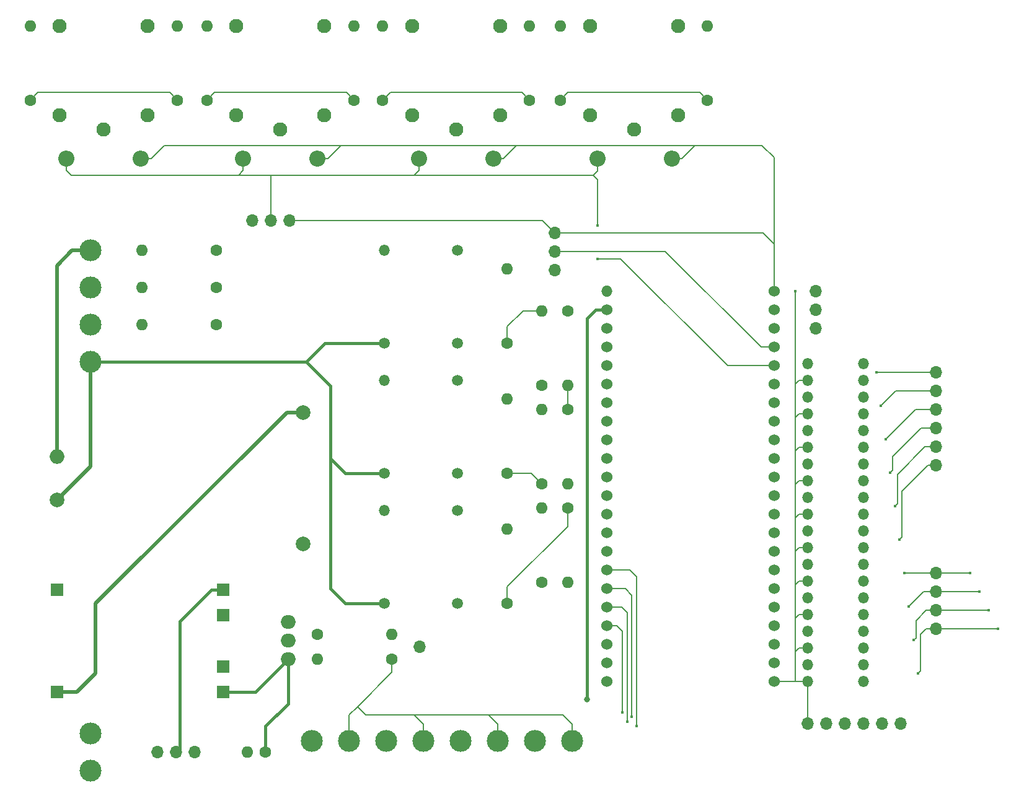
<source format=gbr>
%TF.GenerationSoftware,KiCad,Pcbnew,7.0.10*%
%TF.CreationDate,2024-04-01T07:54:26-03:00*%
%TF.ProjectId,board,626f6172-642e-46b6-9963-61645f706362,1.5*%
%TF.SameCoordinates,Original*%
%TF.FileFunction,Copper,L2,Bot*%
%TF.FilePolarity,Positive*%
%FSLAX46Y46*%
G04 Gerber Fmt 4.6, Leading zero omitted, Abs format (unit mm)*
G04 Created by KiCad (PCBNEW 7.0.10) date 2024-04-01 07:54:26*
%MOMM*%
%LPD*%
G01*
G04 APERTURE LIST*
%TA.AperFunction,ComponentPad*%
%ADD10C,1.600000*%
%TD*%
%TA.AperFunction,ComponentPad*%
%ADD11O,1.600000X1.600000*%
%TD*%
%TA.AperFunction,ComponentPad*%
%ADD12O,3.000000X3.000000*%
%TD*%
%TA.AperFunction,ComponentPad*%
%ADD13C,3.000000*%
%TD*%
%TA.AperFunction,ComponentPad*%
%ADD14C,1.950000*%
%TD*%
%TA.AperFunction,ComponentPad*%
%ADD15O,1.700000X1.700000*%
%TD*%
%TA.AperFunction,ComponentPad*%
%ADD16O,1.500000X1.500000*%
%TD*%
%TA.AperFunction,ComponentPad*%
%ADD17O,1.508000X1.508000*%
%TD*%
%TA.AperFunction,ComponentPad*%
%ADD18C,1.508000*%
%TD*%
%TA.AperFunction,ComponentPad*%
%ADD19R,1.676400X1.676400*%
%TD*%
%TA.AperFunction,ComponentPad*%
%ADD20O,2.000000X2.000000*%
%TD*%
%TA.AperFunction,ComponentPad*%
%ADD21C,2.000000*%
%TD*%
%TA.AperFunction,ComponentPad*%
%ADD22O,2.200000X2.200000*%
%TD*%
%TA.AperFunction,ComponentPad*%
%ADD23O,1.530000X1.530000*%
%TD*%
%TA.AperFunction,ComponentPad*%
%ADD24C,1.530000*%
%TD*%
%TA.AperFunction,ComponentPad*%
%ADD25O,2.000000X1.905000*%
%TD*%
%TA.AperFunction,ViaPad*%
%ADD26C,0.400000*%
%TD*%
%TA.AperFunction,ViaPad*%
%ADD27C,0.800000*%
%TD*%
%TA.AperFunction,Conductor*%
%ADD28C,0.200000*%
%TD*%
%TA.AperFunction,Conductor*%
%ADD29C,0.500000*%
%TD*%
%TA.AperFunction,Conductor*%
%ADD30C,0.400000*%
%TD*%
G04 APERTURE END LIST*
D10*
%TO.P,R21,1*%
%TO.N,TC A-1*%
X150489400Y-48690400D03*
D11*
%TO.P,R21,2*%
%TO.N,Net-(K3-PadNO)*%
X150489400Y-38530400D03*
%TD*%
D12*
%TO.P,J6,1,Pin_1*%
%TO.N,C Cwave*%
X130931400Y-136297400D03*
D13*
%TO.P,J6,2,Pin_2*%
%TO.N,TC A-1*%
X136011400Y-136297400D03*
%TD*%
D14*
%TO.P,K2,COIL1*%
%TO.N,Select C Level*%
X110453400Y-50730400D03*
%TO.P,K2,COIL2*%
%TO.N,GND*%
X122453400Y-50730400D03*
%TO.P,K2,COM*%
%TO.N,B Cwave*%
X116453400Y-52730400D03*
%TO.P,K2,NC*%
%TO.N,Net-(K2-PadNC)*%
X110453400Y-38530400D03*
%TO.P,K2,NO*%
%TO.N,Net-(K2-PadNO)*%
X122453400Y-38530400D03*
%TD*%
D10*
%TO.P,R15,1*%
%TO.N,TC A-1*%
X82290400Y-48690400D03*
D11*
%TO.P,R15,2*%
%TO.N,Net-(K1-PadNC)*%
X82290400Y-38530400D03*
%TD*%
D14*
%TO.P,K4,COIL1*%
%TO.N,Select C Level*%
X158744400Y-50730400D03*
%TO.P,K4,COIL2*%
%TO.N,GND*%
X170744400Y-50730400D03*
%TO.P,K4,COM*%
%TO.N,N Cwave*%
X164744400Y-52730400D03*
%TO.P,K4,NC*%
%TO.N,Net-(K4-PadNC)*%
X158744400Y-38530400D03*
%TO.P,K4,NO*%
%TO.N,Net-(K4-PadNO)*%
X170744400Y-38530400D03*
%TD*%
D15*
%TO.P,P1,1,Pin_1*%
%TO.N,UART RX*%
X189605400Y-79909400D03*
%TO.P,P1,2,Pin_2*%
%TO.N,UART TX*%
X189605400Y-77369400D03*
%TO.P,P1,3,Pin_3*%
%TO.N,GND*%
X189605400Y-74829400D03*
%TD*%
D10*
%TO.P,R10,1*%
%TO.N,B Vwave*%
X152140400Y-101118400D03*
D11*
%TO.P,R10,2*%
%TO.N,AB Vwave*%
X152140400Y-90958400D03*
%TD*%
D10*
%TO.P,R22,1*%
%TO.N,TC A-1*%
X174746400Y-48690400D03*
D11*
%TO.P,R22,2*%
%TO.N,Net-(K4-PadNO)*%
X174746400Y-38530400D03*
%TD*%
D10*
%TO.P,R5,1*%
%TO.N,Net-(R5-Pad1)*%
X107690400Y-79401400D03*
D11*
%TO.P,R5,2*%
%TO.N,Line C*%
X97530400Y-79401400D03*
%TD*%
D16*
%TO.P,DZ5,1,K*%
%TO.N,Vcc*%
X188462400Y-93879400D03*
%TO.P,DZ5,2,A*%
%TO.N,A Vwave*%
X196082400Y-93879400D03*
%TD*%
D17*
%TO.P,T1,1*%
%TO.N,Net-(R3-Pad1)*%
X130630400Y-69241400D03*
D18*
%TO.P,T1,2*%
%TO.N,Neutral*%
X130630400Y-81941400D03*
%TO.P,T1,3*%
%TO.N,A Vwave*%
X140630400Y-81941400D03*
%TO.P,T1,4*%
%TO.N,TC A-1*%
X140630400Y-69241400D03*
%TD*%
D10*
%TO.P,R8,1*%
%TO.N,C Vwave*%
X147441400Y-117501400D03*
D11*
%TO.P,R8,2*%
%TO.N,TC A-1*%
X147441400Y-107341400D03*
%TD*%
D19*
%TO.P,U1,B+,B+*%
%TO.N,Battery +*%
X108665400Y-119081400D03*
%TO.P,U1,B-,B-*%
%TO.N,Battery -*%
X108665400Y-126081400D03*
%TO.P,U1,IN+,IN+*%
%TO.N,Net-(PS1-+Vout)*%
X85915400Y-115581400D03*
%TO.P,U1,IN-,IN-*%
%TO.N,Net-(PS1--Vout)*%
X85915400Y-129581400D03*
%TO.P,U1,OUT+,OUT+*%
%TO.N,Vin*%
X108665400Y-115581400D03*
%TO.P,U1,OUT-,OUT-*%
%TO.N,GND*%
X108665400Y-129581400D03*
%TD*%
D15*
%TO.P,P3,1,Pin_1*%
%TO.N,A Cwave*%
X205988400Y-113310400D03*
%TO.P,P3,2,Pin_2*%
%TO.N,B Cwave*%
X205988400Y-115850400D03*
%TO.P,P3,3,Pin_3*%
%TO.N,C Cwave*%
X205988400Y-118390400D03*
%TO.P,P3,4,Pin_4*%
%TO.N,N Cwave*%
X205988400Y-120930400D03*
%TD*%
D10*
%TO.P,R20,1*%
%TO.N,TC A-1*%
X126486400Y-48690400D03*
D11*
%TO.P,R20,2*%
%TO.N,Net-(K2-PadNO)*%
X126486400Y-38530400D03*
%TD*%
D16*
%TO.P,DZ13,1,K*%
%TO.N,Vcc*%
X188462400Y-112167400D03*
%TO.P,DZ13,2,A*%
%TO.N,A Cwave*%
X196082400Y-112167400D03*
%TD*%
%TO.P,DZ4,1,K*%
%TO.N,B Vwave*%
X196082400Y-91593400D03*
%TO.P,DZ4,2,A*%
%TO.N,GND*%
X188462400Y-91593400D03*
%TD*%
D15*
%TO.P,P2,1,Pin_1*%
%TO.N,TC A-1*%
X135452600Y-123394200D03*
%TD*%
D16*
%TO.P,DZ9,1,K*%
%TO.N,Vcc*%
X188462400Y-103023400D03*
%TO.P,DZ9,2,A*%
%TO.N,AB Vwave*%
X196082400Y-103023400D03*
%TD*%
%TO.P,DZ1,1,K*%
%TO.N,Vcc*%
X188457400Y-84735400D03*
%TO.P,DZ1,2,A*%
%TO.N,C Vwave*%
X196077400Y-84735400D03*
%TD*%
D10*
%TO.P,R11,1*%
%TO.N,BC Vwave*%
X152140400Y-114580400D03*
D11*
%TO.P,R11,2*%
%TO.N,B Vwave*%
X152140400Y-104420400D03*
%TD*%
%TO.P,C1,1*%
%TO.N,Vcc*%
X111921400Y-137821400D03*
D10*
%TO.P,C1,2*%
%TO.N,GND*%
X114421400Y-137821400D03*
%TD*%
D16*
%TO.P,DZ12,1,K*%
%TO.N,CA Vwave*%
X196082400Y-109881400D03*
%TO.P,DZ12,2,A*%
%TO.N,GND*%
X188462400Y-109881400D03*
%TD*%
D10*
%TO.P,R19,1*%
%TO.N,TC A-1*%
X102356400Y-48690400D03*
D11*
%TO.P,R19,2*%
%TO.N,Net-(K1-PadNO)*%
X102356400Y-38530400D03*
%TD*%
D10*
%TO.P,R1,1*%
%TO.N,Vcc*%
X121533400Y-121692400D03*
D11*
%TO.P,R1,2*%
%TO.N,TC A-1*%
X131693400Y-121692400D03*
%TD*%
D15*
%TO.P,SW3,1,A*%
%TO.N,Vcc*%
X112643400Y-65177400D03*
%TO.P,SW3,2,B*%
%TO.N,Select C Level*%
X115183400Y-65177400D03*
%TO.P,SW3,3,C*%
%TO.N,GND*%
X117723400Y-65177400D03*
%TD*%
D12*
%TO.P,J3,1,Pin_1*%
%TO.N,Line A*%
X90545400Y-69241400D03*
D13*
%TO.P,J3,2,Pin_2*%
%TO.N,Line B*%
X90545400Y-74321400D03*
%TD*%
D10*
%TO.P,R2,1*%
%TO.N,TC A-1*%
X131693400Y-125121400D03*
D11*
%TO.P,R2,2*%
%TO.N,GND*%
X121533400Y-125121400D03*
%TD*%
D16*
%TO.P,DZ8,1,K*%
%TO.N,BC Vwave*%
X196082400Y-100737400D03*
%TO.P,DZ8,2,A*%
%TO.N,GND*%
X188462400Y-100737400D03*
%TD*%
D10*
%TO.P,R9,1*%
%TO.N,AB Vwave*%
X152140400Y-87656400D03*
D11*
%TO.P,R9,2*%
%TO.N,A Vwave*%
X152140400Y-77496400D03*
%TD*%
D16*
%TO.P,DZ3,1,K*%
%TO.N,Vcc*%
X188457400Y-89307400D03*
%TO.P,DZ3,2,A*%
%TO.N,B Vwave*%
X196077400Y-89307400D03*
%TD*%
D17*
%TO.P,T2,1*%
%TO.N,Net-(R4-Pad1)*%
X130630400Y-87021400D03*
D18*
%TO.P,T2,2*%
%TO.N,Neutral*%
X130630400Y-99721400D03*
%TO.P,T2,3*%
%TO.N,B Vwave*%
X140630400Y-99721400D03*
%TO.P,T2,4*%
%TO.N,TC A-1*%
X140630400Y-87021400D03*
%TD*%
D16*
%TO.P,DZ17,1,K*%
%TO.N,Vcc*%
X188457400Y-121311400D03*
%TO.P,DZ17,2,A*%
%TO.N,C Cwave*%
X196077400Y-121311400D03*
%TD*%
D15*
%TO.P,SW2,1,A*%
%TO.N,Vcc*%
X153918400Y-71908400D03*
%TO.P,SW2,2,B*%
%TO.N,System Type*%
X153918400Y-69368400D03*
%TO.P,SW2,3,C*%
%TO.N,GND*%
X153918400Y-66828400D03*
%TD*%
D20*
%TO.P,PS1,1,AC/L*%
%TO.N,Line A*%
X85947900Y-97356400D03*
D21*
%TO.P,PS1,2,AC/N*%
%TO.N,Neutral*%
X85947900Y-103356400D03*
%TO.P,PS1,3,-Vout*%
%TO.N,Net-(PS1--Vout)*%
X119547900Y-91356400D03*
%TO.P,PS1,4,+Vout*%
%TO.N,Net-(PS1-+Vout)*%
X119547900Y-109356400D03*
%TD*%
D16*
%TO.P,DZ14,1,K*%
%TO.N,A Cwave*%
X196082400Y-114453400D03*
%TO.P,DZ14,2,A*%
%TO.N,GND*%
X188462400Y-114453400D03*
%TD*%
%TO.P,DZ2,1,K*%
%TO.N,C Vwave*%
X196082400Y-87021400D03*
%TO.P,DZ2,2,A*%
%TO.N,GND*%
X188462400Y-87021400D03*
%TD*%
%TO.P,DZ19,1,K*%
%TO.N,Vcc*%
X188462400Y-125883400D03*
%TO.P,DZ19,2,A*%
%TO.N,N Cwave*%
X196082400Y-125883400D03*
%TD*%
D12*
%TO.P,J4,1,Pin_1*%
%TO.N,A Cwave*%
X151251400Y-136297400D03*
D13*
%TO.P,J4,2,Pin_2*%
%TO.N,TC A-1*%
X156331400Y-136297400D03*
%TD*%
D22*
%TO.P,D4,1,K*%
%TO.N,Select C Level*%
X159760400Y-56668400D03*
%TO.P,D4,2,A*%
%TO.N,GND*%
X169920400Y-56668400D03*
%TD*%
D10*
%TO.P,R3,1*%
%TO.N,Net-(R3-Pad1)*%
X107690400Y-69241400D03*
D11*
%TO.P,R3,2*%
%TO.N,Line A*%
X97530400Y-69241400D03*
%TD*%
D16*
%TO.P,DZ11,1,K*%
%TO.N,Vcc*%
X188462400Y-107595400D03*
%TO.P,DZ11,2,A*%
%TO.N,CA Vwave*%
X196082400Y-107595400D03*
%TD*%
%TO.P,DZ7,1,K*%
%TO.N,Vcc*%
X188462400Y-98451400D03*
%TO.P,DZ7,2,A*%
%TO.N,BC Vwave*%
X196082400Y-98451400D03*
%TD*%
D22*
%TO.P,D2,1,K*%
%TO.N,Select C Level*%
X111373400Y-56668400D03*
%TO.P,D2,2,A*%
%TO.N,GND*%
X121533400Y-56668400D03*
%TD*%
D12*
%TO.P,J7,1,Pin_1*%
%TO.N,N Cwave*%
X120771400Y-136297400D03*
D13*
%TO.P,J7,2,Pin_2*%
%TO.N,TC A-1*%
X125851400Y-136297400D03*
%TD*%
D22*
%TO.P,D3,1,K*%
%TO.N,Select C Level*%
X135376400Y-56668400D03*
%TO.P,D3,2,A*%
%TO.N,GND*%
X145536400Y-56668400D03*
%TD*%
D10*
%TO.P,R7,1*%
%TO.N,B Vwave*%
X147441400Y-99721400D03*
D11*
%TO.P,R7,2*%
%TO.N,TC A-1*%
X147441400Y-89561400D03*
%TD*%
D14*
%TO.P,K1,COIL1*%
%TO.N,Select C Level*%
X86323400Y-50730400D03*
%TO.P,K1,COIL2*%
%TO.N,GND*%
X98323400Y-50730400D03*
%TO.P,K1,COM*%
%TO.N,A Cwave*%
X92323400Y-52730400D03*
%TO.P,K1,NC*%
%TO.N,Net-(K1-PadNC)*%
X86323400Y-38530400D03*
%TO.P,K1,NO*%
%TO.N,Net-(K1-PadNO)*%
X98323400Y-38530400D03*
%TD*%
D10*
%TO.P,R12,1*%
%TO.N,C Vwave*%
X155696400Y-104420400D03*
D11*
%TO.P,R12,2*%
%TO.N,BC Vwave*%
X155696400Y-114580400D03*
%TD*%
D16*
%TO.P,DZ16,1,K*%
%TO.N,B Cwave*%
X196082400Y-119025400D03*
%TO.P,DZ16,2,A*%
%TO.N,GND*%
X188462400Y-119025400D03*
%TD*%
%TO.P,DZ18,1,K*%
%TO.N,C Cwave*%
X196087400Y-123597400D03*
%TO.P,DZ18,2,A*%
%TO.N,GND*%
X188467400Y-123597400D03*
%TD*%
D10*
%TO.P,R17,1*%
%TO.N,TC A-1*%
X130423400Y-48690400D03*
D11*
%TO.P,R17,2*%
%TO.N,Net-(K3-PadNC)*%
X130423400Y-38530400D03*
%TD*%
D10*
%TO.P,R13,1*%
%TO.N,CA Vwave*%
X155696400Y-90958400D03*
D11*
%TO.P,R13,2*%
%TO.N,C Vwave*%
X155696400Y-101118400D03*
%TD*%
D10*
%TO.P,R4,1*%
%TO.N,Net-(R4-Pad1)*%
X107690400Y-74321400D03*
D11*
%TO.P,R4,2*%
%TO.N,Line B*%
X97530400Y-74321400D03*
%TD*%
D10*
%TO.P,R14,1*%
%TO.N,A Vwave*%
X155696400Y-77496400D03*
D11*
%TO.P,R14,2*%
%TO.N,CA Vwave*%
X155696400Y-87656400D03*
%TD*%
D12*
%TO.P,J2,1,Pin_1*%
%TO.N,Line C*%
X90545400Y-79401400D03*
D13*
%TO.P,J2,2,Pin_2*%
%TO.N,Neutral*%
X90545400Y-84481400D03*
%TD*%
D15*
%TO.P,P4,1,Pin_1*%
%TO.N,C Vwave*%
X205988400Y-85878400D03*
%TO.P,P4,2,Pin_2*%
%TO.N,B Vwave*%
X205988400Y-88418400D03*
%TO.P,P4,3,Pin_3*%
%TO.N,A Vwave*%
X205988400Y-90958400D03*
%TO.P,P4,4,Pin_4*%
%TO.N,BC Vwave*%
X205988400Y-93498400D03*
%TO.P,P4,5,Pin_5*%
%TO.N,AB Vwave*%
X205988400Y-96038400D03*
%TO.P,P4,6,Pin_6*%
%TO.N,CA Vwave*%
X205988400Y-98578400D03*
%TD*%
D16*
%TO.P,DZ6,1,K*%
%TO.N,A Vwave*%
X196087400Y-96165400D03*
%TO.P,DZ6,2,A*%
%TO.N,GND*%
X188467400Y-96165400D03*
%TD*%
%TO.P,DZ10,1,K*%
%TO.N,AB Vwave*%
X196082400Y-105309400D03*
%TO.P,DZ10,2,A*%
%TO.N,GND*%
X188462400Y-105309400D03*
%TD*%
%TO.P,DZ20,1,K*%
%TO.N,N Cwave*%
X196082400Y-128169400D03*
%TO.P,DZ20,2,A*%
%TO.N,GND*%
X188462400Y-128169400D03*
%TD*%
D23*
%TO.P,MCU1,J1_1,3V3*%
%TO.N,Vcc*%
X161030400Y-74829400D03*
D24*
%TO.P,MCU1,J1_2,3V3__1*%
X161030400Y-77369400D03*
%TO.P,MCU1,J1_3,RST*%
%TO.N,unconnected-(MCU1-RST-PadJ1_3)*%
X161030400Y-79909400D03*
%TO.P,MCU1,J1_4,GPIO4*%
%TO.N,N Cwave*%
X161030400Y-82449400D03*
%TO.P,MCU1,J1_5,GPIO5*%
%TO.N,C Cwave*%
X161030400Y-84989400D03*
%TO.P,MCU1,J1_6,GPIO6*%
%TO.N,B Cwave*%
X161030400Y-87529400D03*
%TO.P,MCU1,J1_7,GPIO7*%
%TO.N,A Cwave*%
X161030400Y-90069400D03*
%TO.P,MCU1,J1_8,GPIO15*%
%TO.N,CA Vwave*%
X161030400Y-92609400D03*
%TO.P,MCU1,J1_9,GPIO16*%
%TO.N,AB Vwave*%
X161030400Y-95149400D03*
%TO.P,MCU1,J1_10,GPIO17*%
%TO.N,BC Vwave*%
X161030400Y-97689400D03*
%TO.P,MCU1,J1_11,GPIO18*%
%TO.N,A Vwave*%
X161030400Y-100229400D03*
%TO.P,MCU1,J1_12,GPIO8*%
%TO.N,B Vwave*%
X161030400Y-102769400D03*
%TO.P,MCU1,J1_13,GPIO3*%
%TO.N,C Vwave*%
X161030400Y-105309400D03*
%TO.P,MCU1,J1_14,GPIO46*%
%TO.N,unconnected-(MCU1-GPIO46-PadJ1_14)*%
X161030400Y-107849400D03*
%TO.P,MCU1,J1_15,GPIO9*%
%TO.N,unconnected-(MCU1-GPIO9-PadJ1_15)*%
X161030400Y-110389400D03*
%TO.P,MCU1,J1_16,GPIO10*%
%TO.N,CS*%
X161030400Y-112929400D03*
%TO.P,MCU1,J1_17,GPIO11*%
%TO.N,MOSI*%
X161030400Y-115469400D03*
%TO.P,MCU1,J1_18,GPIO12*%
%TO.N,SCK*%
X161030400Y-118009400D03*
%TO.P,MCU1,J1_19,GPIO13*%
%TO.N,MISO*%
X161030400Y-120549400D03*
%TO.P,MCU1,J1_20,GPIO14*%
%TO.N,unconnected-(MCU1-GPIO14-PadJ1_20)*%
X161030400Y-123089400D03*
%TO.P,MCU1,J1_21,5V0*%
%TO.N,unconnected-(MCU1-5V0-PadJ1_21)*%
X161030400Y-125629400D03*
%TO.P,MCU1,J1_22,GND*%
%TO.N,GND*%
X161030400Y-128169400D03*
%TO.P,MCU1,J3_1,GND__1*%
X183890400Y-74829400D03*
%TO.P,MCU1,J3_2,U0TXD/GPIO43*%
%TO.N,UART TX*%
X183890400Y-77369400D03*
%TO.P,MCU1,J3_3,U0RXD/GPIO44*%
%TO.N,UART RX*%
X183890400Y-79909400D03*
%TO.P,MCU1,J3_4,GPIO1*%
%TO.N,System Type*%
X183890400Y-82449400D03*
%TO.P,MCU1,J3_5,GPIO2*%
%TO.N,Select C Level*%
X183890400Y-84989400D03*
%TO.P,MCU1,J3_6,MTMS/GPIO42*%
%TO.N,unconnected-(MCU1-MTMS{slash}GPIO42-PadJ3_6)*%
X183890400Y-87529400D03*
%TO.P,MCU1,J3_7,MTDI/GPIO41*%
%TO.N,unconnected-(MCU1-MTDI{slash}GPIO41-PadJ3_7)*%
X183890400Y-90069400D03*
%TO.P,MCU1,J3_8,MTDO/GPIO40*%
%TO.N,unconnected-(MCU1-MTDO{slash}GPIO40-PadJ3_8)*%
X183890400Y-92609400D03*
%TO.P,MCU1,J3_9,MTCK/GPIO39*%
%TO.N,unconnected-(MCU1-MTCK{slash}GPIO39-PadJ3_9)*%
X183890400Y-95149400D03*
%TO.P,MCU1,J3_10,GPIO38*%
%TO.N,unconnected-(MCU1-GPIO38-PadJ3_10)*%
X183890400Y-97689400D03*
%TO.P,MCU1,J3_11,GPIO37*%
%TO.N,unconnected-(MCU1-GPIO37-PadJ3_11)*%
X183890400Y-100229400D03*
%TO.P,MCU1,J3_12,GPIO36*%
%TO.N,unconnected-(MCU1-GPIO36-PadJ3_12)*%
X183890400Y-102769400D03*
%TO.P,MCU1,J3_13,GPIO35*%
%TO.N,unconnected-(MCU1-GPIO35-PadJ3_13)*%
X183890400Y-105309400D03*
%TO.P,MCU1,J3_14,GPIO0*%
%TO.N,unconnected-(MCU1-GPIO0-PadJ3_14)*%
X183890400Y-107849400D03*
%TO.P,MCU1,J3_15,GPIO45*%
%TO.N,unconnected-(MCU1-GPIO45-PadJ3_15)*%
X183890400Y-110389400D03*
%TO.P,MCU1,J3_16,GPIO48*%
%TO.N,unconnected-(MCU1-GPIO48-PadJ3_16)*%
X183890400Y-112929400D03*
%TO.P,MCU1,J3_17,GPIO47*%
%TO.N,unconnected-(MCU1-GPIO47-PadJ3_17)*%
X183890400Y-115469400D03*
%TO.P,MCU1,J3_18,GPIO21*%
%TO.N,unconnected-(MCU1-GPIO21-PadJ3_18)*%
X183890400Y-118009400D03*
%TO.P,MCU1,J3_19,USB_D+/GPIO20*%
%TO.N,unconnected-(MCU1-USB_D+{slash}GPIO20-PadJ3_19)*%
X183890400Y-120549400D03*
%TO.P,MCU1,J3_20,USB_D-/GPIO19*%
%TO.N,unconnected-(MCU1-USB_D-{slash}GPIO19-PadJ3_20)*%
X183890400Y-123089400D03*
%TO.P,MCU1,J3_21,GND__2*%
%TO.N,unconnected-(MCU1-GND__2-PadJ3_21)*%
X183890400Y-125629400D03*
%TO.P,MCU1,J3_22,GND__3*%
%TO.N,GND*%
X183890400Y-128169400D03*
%TD*%
D10*
%TO.P,R18,1*%
%TO.N,TC A-1*%
X154680400Y-48690400D03*
D11*
%TO.P,R18,2*%
%TO.N,Net-(K4-PadNC)*%
X154680400Y-38530400D03*
%TD*%
D12*
%TO.P,J5,1,Pin_1*%
%TO.N,B Cwave*%
X141091400Y-136297400D03*
D13*
%TO.P,J5,2,Pin_2*%
%TO.N,TC A-1*%
X146171400Y-136297400D03*
%TD*%
D17*
%TO.P,T3,1*%
%TO.N,Net-(R5-Pad1)*%
X130630400Y-104801400D03*
D18*
%TO.P,T3,2*%
%TO.N,Neutral*%
X130630400Y-117501400D03*
%TO.P,T3,3*%
%TO.N,C Vwave*%
X140630400Y-117501400D03*
%TO.P,T3,4*%
%TO.N,TC A-1*%
X140630400Y-104801400D03*
%TD*%
D22*
%TO.P,D1,1,K*%
%TO.N,Select C Level*%
X87243400Y-56668400D03*
%TO.P,D1,2,A*%
%TO.N,GND*%
X97403400Y-56668400D03*
%TD*%
D12*
%TO.P,J1,1,Pin_1*%
%TO.N,Battery +*%
X90545400Y-135281400D03*
D13*
%TO.P,J1,2,Pin_2*%
%TO.N,Battery -*%
X90545400Y-140361400D03*
%TD*%
D15*
%TO.P,SW1,1,A*%
%TO.N,unconnected-(SW1A-A-Pad1)*%
X99689400Y-137821400D03*
%TO.P,SW1,2,B*%
%TO.N,Vin*%
X102229400Y-137821400D03*
%TO.P,SW1,3,C*%
%TO.N,Net-(SW1A-C)*%
X104769400Y-137821400D03*
%TD*%
D25*
%TO.P,U2,1,GND*%
%TO.N,GND*%
X117525400Y-125121400D03*
%TO.P,U2,2,VO*%
%TO.N,Vcc*%
X117525400Y-122581400D03*
%TO.P,U2,3,VI*%
%TO.N,Net-(SW1A-C)*%
X117525400Y-120041400D03*
%TD*%
D16*
%TO.P,DZ15,1,K*%
%TO.N,Vcc*%
X188462400Y-116739400D03*
%TO.P,DZ15,2,A*%
%TO.N,B Cwave*%
X196082400Y-116739400D03*
%TD*%
D10*
%TO.P,R16,1*%
%TO.N,TC A-1*%
X106420400Y-48690400D03*
D11*
%TO.P,R16,2*%
%TO.N,Net-(K2-PadNC)*%
X106420400Y-38530400D03*
%TD*%
D14*
%TO.P,K3,COIL1*%
%TO.N,Select C Level*%
X134456400Y-50730400D03*
%TO.P,K3,COIL2*%
%TO.N,GND*%
X146456400Y-50730400D03*
%TO.P,K3,COM*%
%TO.N,C Cwave*%
X140456400Y-52730400D03*
%TO.P,K3,NC*%
%TO.N,Net-(K3-PadNC)*%
X134456400Y-38530400D03*
%TO.P,K3,NO*%
%TO.N,Net-(K3-PadNO)*%
X146456400Y-38530400D03*
%TD*%
D10*
%TO.P,R6,1*%
%TO.N,A Vwave*%
X147441400Y-81941400D03*
D11*
%TO.P,R6,2*%
%TO.N,TC A-1*%
X147441400Y-71781400D03*
%TD*%
D15*
%TO.P,P5,1,Pin_1*%
%TO.N,GND*%
X188462400Y-133884400D03*
%TO.P,P5,2,Pin_2*%
%TO.N,Vcc*%
X191002400Y-133884400D03*
%TO.P,P5,3,Pin_3*%
%TO.N,MISO*%
X193542400Y-133884400D03*
%TO.P,P5,4,Pin_4*%
%TO.N,MOSI*%
X196082400Y-133884400D03*
%TO.P,P5,5,Pin_5*%
%TO.N,SCK*%
X198622400Y-133884400D03*
%TO.P,P5,6,Pin_6*%
%TO.N,CS*%
X201162400Y-133884400D03*
%TD*%
D26*
%TO.N,A Vwave*%
X199130400Y-95022400D03*
%TO.N,B Vwave*%
X198495400Y-90450400D03*
%TO.N,C Vwave*%
X197860400Y-85878400D03*
%TO.N,AB Vwave*%
X200400400Y-104166400D03*
%TO.N,CA Vwave*%
X201035400Y-108738400D03*
%TO.N,BC Vwave*%
X199765400Y-99594400D03*
D27*
%TO.N,Vcc*%
X158363400Y-130582400D03*
D26*
%TO.N,GND*%
X186811400Y-74829400D03*
%TO.N,A Cwave*%
X201670400Y-113310400D03*
X210687400Y-113310400D03*
%TO.N,B Cwave*%
X211957400Y-115850400D03*
X202305400Y-117882400D03*
%TO.N,C Cwave*%
X213227400Y-118390400D03*
X202940400Y-122454400D03*
%TO.N,N Cwave*%
X214497400Y-120930400D03*
X203575400Y-127026400D03*
%TO.N,Select C Level*%
X159760400Y-70384400D03*
X159760400Y-65812400D03*
%TO.N,CS*%
X165094400Y-134265400D03*
%TO.N,MOSI*%
X164459400Y-132995400D03*
%TO.N,SCK*%
X163824400Y-133630400D03*
%TO.N,MISO*%
X163189400Y-132360400D03*
%TD*%
D28*
%TO.N,A Vwave*%
X203194400Y-90958400D02*
X205988400Y-90958400D01*
X149600400Y-77496400D02*
X152140400Y-77496400D01*
X147441400Y-79655400D02*
X149600400Y-77496400D01*
X199130400Y-95022400D02*
X203194400Y-90958400D01*
X147441400Y-81941400D02*
X147441400Y-79655400D01*
%TO.N,B Vwave*%
X200527400Y-88418400D02*
X205988400Y-88418400D01*
X150743400Y-99721400D02*
X152140400Y-101118400D01*
X147441400Y-99721400D02*
X150743400Y-99721400D01*
X198495400Y-90450400D02*
X200527400Y-88418400D01*
%TO.N,C Vwave*%
X147441400Y-115215400D02*
X147441400Y-117501400D01*
X155696400Y-106960400D02*
X147441400Y-115215400D01*
X197860400Y-85878400D02*
X205988400Y-85878400D01*
X155696400Y-104420400D02*
X155696400Y-106960400D01*
%TO.N,AB Vwave*%
X200730600Y-103836200D02*
X200400400Y-104166400D01*
X205988400Y-96038400D02*
X204515200Y-96038400D01*
X204515200Y-96038400D02*
X200730600Y-99823000D01*
X200730600Y-99823000D02*
X200730600Y-103836200D01*
%TO.N,CA Vwave*%
X205988400Y-98578400D02*
X204896200Y-98578400D01*
X204896200Y-98578400D02*
X201340200Y-102134400D01*
X201340200Y-102134400D02*
X201340200Y-108433600D01*
X155696400Y-87656400D02*
X155696400Y-90958400D01*
X201340200Y-108433600D02*
X201035400Y-108738400D01*
%TO.N,BC Vwave*%
X199765400Y-99594400D02*
X200070200Y-99289600D01*
X203956400Y-93498400D02*
X205988400Y-93498400D01*
X200070200Y-99289600D02*
X200070200Y-97384600D01*
X200070200Y-97384600D02*
X203956400Y-93498400D01*
D29*
%TO.N,Line A*%
X85947900Y-71298900D02*
X85947900Y-97356400D01*
X88005400Y-69241400D02*
X85947900Y-71298900D01*
X90545400Y-69241400D02*
X88005400Y-69241400D01*
D30*
%TO.N,Neutral*%
X120009400Y-84481400D02*
X123311400Y-87783400D01*
D29*
X90545400Y-98758900D02*
X85947900Y-103356400D01*
D30*
X122549400Y-81941400D02*
X130630400Y-81941400D01*
X123311400Y-97689400D02*
X125343400Y-99721400D01*
X120009400Y-84481400D02*
X122549400Y-81941400D01*
D29*
X90545400Y-84481400D02*
X90545400Y-98758900D01*
D30*
X90545400Y-84481400D02*
X120009400Y-84481400D01*
X123311400Y-115469400D02*
X125343400Y-117501400D01*
X125343400Y-117501400D02*
X130630400Y-117501400D01*
X123311400Y-97689400D02*
X123311400Y-115469400D01*
X125343400Y-99721400D02*
X130630400Y-99721400D01*
X123311400Y-87783400D02*
X123311400Y-97689400D01*
%TO.N,Vcc*%
X158363400Y-130582400D02*
X158363400Y-78512400D01*
X158363400Y-78512400D02*
X159506400Y-77369400D01*
X159506400Y-77369400D02*
X161030400Y-77369400D01*
D28*
%TO.N,GND*%
X186811400Y-124105400D02*
X186811400Y-128169400D01*
X98800400Y-56668400D02*
X97403400Y-56668400D01*
X187319400Y-105309400D02*
X186811400Y-105817400D01*
X186811400Y-105817400D02*
X186811400Y-110389400D01*
X148711400Y-54890400D02*
X146933400Y-56668400D01*
X188462400Y-91593400D02*
X187319400Y-91593400D01*
X187319400Y-109881400D02*
X186811400Y-110389400D01*
X169920400Y-56668400D02*
X171317400Y-56668400D01*
X186811400Y-110389400D02*
X186811400Y-114961400D01*
X186811400Y-119533400D02*
X187319400Y-119025400D01*
X183890400Y-68352400D02*
X182366400Y-66828400D01*
X187319400Y-114453400D02*
X188462400Y-114453400D01*
X186811400Y-87529400D02*
X186811400Y-92101400D01*
X187319400Y-119025400D02*
X188462400Y-119025400D01*
D30*
X113065400Y-129581400D02*
X117525400Y-125121400D01*
D28*
X122930400Y-56668400D02*
X121533400Y-56668400D01*
X188462400Y-87021400D02*
X187319400Y-87021400D01*
X186811400Y-128169400D02*
X188462400Y-128169400D01*
X186811400Y-87529400D02*
X186811400Y-74829400D01*
X183890400Y-128169400D02*
X186811400Y-128169400D01*
X183890400Y-68352400D02*
X183890400Y-56541400D01*
D30*
X114421400Y-134265400D02*
X114421400Y-137821400D01*
D28*
X182366400Y-66828400D02*
X153918400Y-66828400D01*
X188462400Y-128169400D02*
X188462400Y-133884400D01*
X124708400Y-54890400D02*
X122930400Y-56668400D01*
X183890400Y-74829400D02*
X183890400Y-68352400D01*
X186811400Y-96673400D02*
X186811400Y-101245400D01*
X188462400Y-100737400D02*
X187319400Y-100737400D01*
X186811400Y-92101400D02*
X186811400Y-96673400D01*
X187319400Y-87021400D02*
X186811400Y-87529400D01*
X187319400Y-91593400D02*
X186811400Y-92101400D01*
D30*
X117525400Y-131161400D02*
X114421400Y-134265400D01*
D28*
X173095400Y-54890400D02*
X182239400Y-54890400D01*
X186811400Y-119533400D02*
X186811400Y-114961400D01*
X188462400Y-105309400D02*
X187319400Y-105309400D01*
X186811400Y-124105400D02*
X186811400Y-119533400D01*
X152267400Y-65177400D02*
X117723400Y-65177400D01*
X186811400Y-114961400D02*
X187319400Y-114453400D01*
D30*
X108665400Y-129581400D02*
X113065400Y-129581400D01*
D28*
X187319400Y-109881400D02*
X188462400Y-109881400D01*
X182239400Y-54890400D02*
X183890400Y-56541400D01*
X187319400Y-123597400D02*
X186811400Y-124105400D01*
X153918400Y-66828400D02*
X152267400Y-65177400D01*
X187319400Y-100737400D02*
X186811400Y-101245400D01*
X146933400Y-56668400D02*
X145536400Y-56668400D01*
X173095400Y-54890400D02*
X100578400Y-54890400D01*
X100578400Y-54890400D02*
X98800400Y-56668400D01*
D30*
X117525400Y-125121400D02*
X117525400Y-131161400D01*
D28*
X188467400Y-96165400D02*
X187319400Y-96165400D01*
X187319400Y-96165400D02*
X186811400Y-96673400D01*
X188467400Y-123597400D02*
X187319400Y-123597400D01*
X186811400Y-101245400D02*
X186811400Y-105817400D01*
X171317400Y-56668400D02*
X173095400Y-54890400D01*
%TO.N,A Cwave*%
X201670400Y-113310400D02*
X205988400Y-113310400D01*
X205988400Y-113310400D02*
X210687400Y-113310400D01*
%TO.N,B Cwave*%
X204337400Y-115850400D02*
X205988400Y-115850400D01*
X202305400Y-117882400D02*
X204337400Y-115850400D01*
X211957400Y-115850400D02*
X205988400Y-115850400D01*
%TO.N,C Cwave*%
X202940400Y-122454400D02*
X202991200Y-122454400D01*
X213227400Y-118390400D02*
X205988400Y-118390400D01*
X204680300Y-118390400D02*
X205988400Y-118390400D01*
X203270600Y-122175000D02*
X203270600Y-119800100D01*
X202991200Y-122454400D02*
X203270600Y-122175000D01*
X203270600Y-119800100D02*
X204680300Y-118390400D01*
%TO.N,N Cwave*%
X205988400Y-120930400D02*
X214497400Y-120930400D01*
X203880200Y-121717800D02*
X203880200Y-126721600D01*
X204667600Y-120930400D02*
X203880200Y-121717800D01*
X203880200Y-126721600D02*
X203575400Y-127026400D01*
X205988400Y-120930400D02*
X204667600Y-120930400D01*
%TO.N,Select C Level*%
X183890400Y-84989400D02*
X177540400Y-84989400D01*
X162935400Y-70384400D02*
X159760400Y-70384400D01*
X87243400Y-58319400D02*
X87878400Y-58954400D01*
X135376400Y-58319400D02*
X134741400Y-58954400D01*
X159760400Y-58350400D02*
X159760400Y-56668400D01*
X135376400Y-56668400D02*
X135376400Y-58319400D01*
X110738400Y-58954400D02*
X115183400Y-58954400D01*
X134741400Y-58954400D02*
X115183400Y-58954400D01*
X159156400Y-58954400D02*
X159760400Y-58350400D01*
X110738400Y-58954400D02*
X111373400Y-58319400D01*
X115183400Y-58954400D02*
X115183400Y-59081400D01*
X159156400Y-58954400D02*
X159156400Y-58960000D01*
X134741400Y-58954400D02*
X159156400Y-58954400D01*
X87878400Y-58954400D02*
X110738400Y-58954400D01*
X115183400Y-65177400D02*
X115183400Y-58954400D01*
X177540400Y-84989400D02*
X162935400Y-70384400D01*
X159156400Y-58960000D02*
X159760400Y-59564000D01*
X159760400Y-59564000D02*
X159760400Y-65812400D01*
X87243400Y-56668400D02*
X87243400Y-58319400D01*
X111373400Y-58319400D02*
X111373400Y-56668400D01*
%TO.N,TC A-1*%
X150489400Y-48690400D02*
X149450400Y-47651400D01*
X131693400Y-126899400D02*
X126994400Y-131598400D01*
X149450400Y-47651400D02*
X131462400Y-47651400D01*
X107459400Y-47651400D02*
X106420400Y-48690400D01*
X83329400Y-47651400D02*
X82290400Y-48690400D01*
X126994400Y-131598400D02*
X125851400Y-132741400D01*
X128137400Y-132741400D02*
X134741400Y-132741400D01*
X126994400Y-131598400D02*
X128137400Y-132741400D01*
X144901400Y-132741400D02*
X134741400Y-132741400D01*
X144901400Y-132741400D02*
X146171400Y-134011400D01*
X125447400Y-47651400D02*
X107459400Y-47651400D01*
X144901400Y-132741400D02*
X155061400Y-132741400D01*
X134741400Y-132741400D02*
X136011400Y-134011400D01*
X146171400Y-134011400D02*
X146171400Y-136297400D01*
X173707400Y-47651400D02*
X174746400Y-48690400D01*
X101317400Y-47651400D02*
X83329400Y-47651400D01*
X156331400Y-134011400D02*
X156331400Y-136297400D01*
X102356400Y-48690400D02*
X101317400Y-47651400D01*
X131693400Y-125121400D02*
X131693400Y-126899400D01*
X155719400Y-47651400D02*
X173707400Y-47651400D01*
X136011400Y-134011400D02*
X136011400Y-136297400D01*
X125851400Y-132741400D02*
X125851400Y-136297400D01*
X154680400Y-48690400D02*
X155719400Y-47651400D01*
X131462400Y-47651400D02*
X130423400Y-48690400D01*
X126486400Y-48690400D02*
X125447400Y-47651400D01*
X155061400Y-132741400D02*
X156331400Y-134011400D01*
%TO.N,CS*%
X165094400Y-134265400D02*
X165094400Y-113818400D01*
X165094400Y-113818400D02*
X164205400Y-112929400D01*
X164205400Y-112929400D02*
X161030400Y-112929400D01*
%TO.N,MOSI*%
X164459400Y-116358400D02*
X163570400Y-115469400D01*
X164459400Y-132995400D02*
X164459400Y-116358400D01*
X163570400Y-115469400D02*
X161030400Y-115469400D01*
%TO.N,SCK*%
X163824400Y-118771400D02*
X163062400Y-118009400D01*
X163824400Y-133630400D02*
X163824400Y-118771400D01*
X163062400Y-118009400D02*
X161030400Y-118009400D01*
%TO.N,MISO*%
X162427400Y-120549400D02*
X161030400Y-120549400D01*
X163189400Y-121311400D02*
X162427400Y-120549400D01*
X163189400Y-132360400D02*
X163189400Y-121311400D01*
%TO.N,System Type*%
X169031400Y-69368400D02*
X182112400Y-82449400D01*
X153918400Y-69368400D02*
X169031400Y-69368400D01*
X182112400Y-82449400D02*
X183890400Y-82449400D01*
D29*
%TO.N,Net-(PS1--Vout)*%
X88625400Y-129581400D02*
X91180400Y-127026400D01*
X91180400Y-127026400D02*
X91180400Y-117501400D01*
X117325400Y-91356400D02*
X119547900Y-91356400D01*
X91180400Y-117501400D02*
X117325400Y-91356400D01*
X85915400Y-129581400D02*
X88625400Y-129581400D01*
D30*
%TO.N,Vin*%
X102737400Y-119914400D02*
X102737400Y-137821400D01*
X108665400Y-115581400D02*
X107070400Y-115581400D01*
X107070400Y-115581400D02*
X102737400Y-119914400D01*
%TD*%
M02*

</source>
